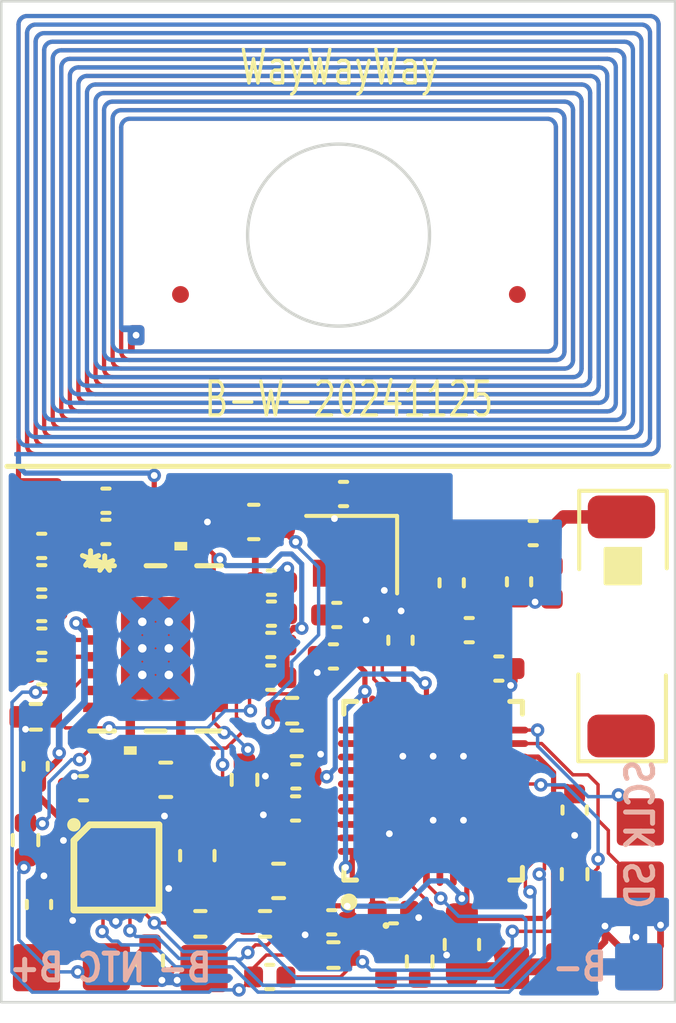
<source format=kicad_pcb>
(kicad_pcb (version 20240108) (generator "pcbnew") (generator_version "8.0")
  (layers (0 "F.Cu" signal) (31 "B.Cu" signal) (34 "B.Paste" user) (35 "F.Paste" user) (36 "B.SilkS" user "B.Silkscreen") (37 "F.SilkS" user "F.Silkscreen") (38 "B.Mask" user) (39 "F.Mask" user) (44 "Edge.Cuts" user))
  (net 0 "")
  (net 2 "Net-(AE1-FEED)")
  (net 3 "Net-(U1-AC1)")
  (net 4 "Net-(J2-Pin_1)")
  (net 5 "Net-(J1-Pin_1)")
  (net 6 "Net-(U2-DEC1)")
  (net 7 "GND")
  (net 8 "Net-(U1-CLMP1)")
  (net 9 "Net-(U1-COM1)")
  (net 10 "Net-(U1-BOOT1)")
  (net 11 "Net-(U1-BOOT2)")
  (net 12 "Net-(U1-COM2)")
  (net 13 "Net-(U1-CLMP2)")
  (net 14 "VDD_nRF")
  (net 15 "Net-(U2-P0.18{slash}RESET)")
  (net 16 "~{CHARGE}")
  (net 17 "Net-(U2-DEC4)")
  (net 18 "Net-(U2-DEC5)")
  (net 19 "Net-(U2-DEC3)")
  (net 20 "Net-(U2-ANT)")
  (net 21 "Net-(U1-RECT)")
  (net 22 "Net-(C24-Pad1)")
  (net 23 "Net-(U1-OUT)")
  (net 24 "Net-(U2-XC2)")
  (net 25 "Net-(U2-XC1)")
  (net 26 "VBat")
  (net 27 "Net-(D1-A)")
  (net 28 "Net-(J3-Pin_1)")
  (net 29 "Net-(J4-Pin_1)")
  (net 30 "BatNTC")
  (net 31 "Net-(L1-Pad1)")
  (net 32 "Net-(U2-DCC)")
  (net 33 "Net-(U2-P0.04{slash}AIN2)")
  (net 34 "Net-(U1-ILIM)")
  (net 35 "Net-(U1-FOD)")
  (net 36 "Net-(U1-TS-CTRL)")
  (net 37 "Net-(C30-Pad1)")
  (net 39 "Net-(U3-SW)")
  (net 56 "I2C_SDA")
  (net 57 "I2C_SCL")
  (net 60 "CD_N")
  (net 67 "Net-(C29-Pad1)")
  (footprint "Inductor_SMD:L_0402_1005Metric" (layer "F.Cu") (at 60.025 61.54 -90)
    (property "Reference" "L7" (hide yes))
    (property "Value" "7.3nH")
  )
  (footprint "Capacitor_SMD:C_0402_1005Metric" (layer "F.Cu") (at 59.47 60.08)
    (property "Reference" "C29" (hide yes))
    (property "Value" "0.8pF")
  )
  (footprint "Capacitor_SMD:C_0603_1608Metric" (layer "F.Cu") (at 57.3532 72.2884 -90)
    (property "Reference" "C11" (hide yes))
    (property "Value" "4.7uF (X7R)")
  )
  (footprint "Resistor_SMD:R_0402_1005Metric" (layer "F.Cu") (at 44.704 65.532 180)
    (property "Reference" "R5" (hide yes))
    (property "Value" "196")
  )
  (footprint "Capacitor_SMD:C_0603_1608Metric" (layer "F.Cu") (at 49.5 69.65 -90)
    (property "Reference" "C12" (hide yes))
    (property "Value" "10uF 16V")
  )
  (footprint "Capacitor_SMD:C_0603_1608Metric" (layer "F.Cu") (at 51.175 59.75 180)
    (property "Reference" "C23" (hide yes))
    (property "Value" "10uF 16V")
  )
  (footprint "Capacitor_SMD:C_0402_1005Metric" (layer "F.Cu") (at 57.05 61.555 -90)
    (property "Reference" "C24" (hide yes))
    (property "Value" "1.2pF")
  )
  (footprint "Capacitor_SMD:C_0402_1005Metric" (layer "F.Cu") (at 46.7868 59.12)
    (property "Reference" "C2" (hide yes))
    (property "Value" "680pF 25V")
  )
  (footprint "footprints:antenna 19x13mm" (layer "F.Cu") (at 53.69175 51.23825)
    (property "Reference" "L5" (hide yes))
    (property "Value" "PCB_Coil")
  )
  (footprint "Capacitor_SMD:C_0402_1005Metric" (layer "F.Cu") (at 51.7 62.47 180)
    (property "Reference" "C8" (hide yes))
    (property "Value" "10nF 25V")
  )
  (footprint "Capacitor_SMD:C_0402_1005Metric" (layer "F.Cu") (at 46.7868 60.0456)
    (property "Reference" "C3" (hide yes))
    (property "Value" "470pF 25V")
  )
  (footprint "footprints:Pin-1.5_1.5mm" (layer "F.Cu") (at 44.78 59.15)
    (property "Reference" "J2" (hide yes))
    (property "Value" "Coil1")
  )
  (footprint "Capacitor_SMD:C_0402_1005Metric" (layer "F.Cu") (at 57.57 62.96 180)
    (property "Reference" "C21" (hide yes))
    (property "Value" "1pF")
  )
  (footprint "Capacitor_SMD:C_0402_1005Metric" (layer "F.Cu") (at 58.45 64.1)
    (property "Reference" "C18" (hide yes))
    (property "Value" "820pF")
  )
  (footprint "Capacitor_SMD:C_0402_1005Metric" (layer "F.Cu") (at 44.8818 61.3918)
    (property "Reference" "C1" (hide yes))
    (property "Value" "33nF 25V")
  )
  (footprint "footprints:Pin-1.5_1.5mm" (layer "F.Cu") (at 60.55 72.95)
    (property "Reference" "J9" (hide yes))
    (property "Value" "Bat-" (hide yes))
  )
  (footprint "Capacitor_SMD:C_0402_1005Metric" (layer "F.Cu") (at 51.7 61.55)
    (property "Reference" "C22" (hide yes))
    (property "Value" "0.1uF 25V")
  )
  (footprint "Inductor_SMD:L_0402_1005Metric" (layer "F.Cu") (at 57.55 60.05)
    (property "Reference" "L4" (hide yes))
    (property "Value" "2.2nH")
  )
  (footprint "Capacitor_SMD:C_0402_1005Metric" (layer "F.Cu") (at 44.8844 63.2714)
    (property "Reference" "C5" (hide yes))
    (property "Value" "0.47uF 25V")
  )
  (footprint "footprints:_Applications_test_rsk_lib_RSK-ONLY_Nordic Active DB.DbLib_nRF Devices_QFN40P500X500X50_HS-41N" (layer "F.Cu") (at 56.5 67.725 90)
    (property "Reference" "U2" (hide yes))
    (property "Value" "0_nRF52833_QDAA" (hide yes))
  )
  (footprint "footprints:RHL20_2P05X3P05" (layer "F.Cu") (at 48.26 63.5)
    (property "Reference" "U1" (hide yes))
    (property "Value" "BQ51013BRHLR")
  )
  (footprint "Capacitor_SMD:C_0402_1005Metric" (layer "F.Cu") (at 53.84 58.92 180)
    (property "Reference" "C27" (hide yes))
    (property "Value" "12pF")
  )
  (footprint "Inductor_SMD:L_0603_1608Metric" (layer "F.Cu") (at 51.9125 70.4 180)
    (property "Reference" "L2" (hide yes))
    (property "Value" "10uH")
  )
  (footprint "Capacitor_SMD:C_0402_1005Metric" (layer "F.Cu") (at 46.12 67.65 180)
    (property "Reference" "C30" (hide yes))
    (property "Value" "4.7uF")
  )
  (footprint "footprints:Pin-1.5_1.5mm" (layer "F.Cu") (at 44.725 72.975)
    (property "Reference" "J5" (hide yes))
    (property "Value" "Bat+")
  )
  (footprint "Capacitor_SMD:C_0402_1005Metric" (layer "F.Cu") (at 51.65 73.25 180)
    (property "Reference" "C14" (hide yes))
    (property "Value" "0.1uF")
  )
  (footprint "Capacitor_SMD:C_0402_1005Metric" (layer "F.Cu") (at 59.05 61.525 -90)
    (property "Reference" "C32" (hide yes))
    (property "Value" "N.C.")
  )
  (footprint "Capacitor_SMD:C_0402_1005Metric" (layer "F.Cu") (at 44.88 60.46)
    (property "Reference" "C31" (hide yes))
    (property "Value" "68nF 25V")
  )
  (footprint "Resistor_SMD:R_0402_1005Metric" (layer "F.Cu") (at 51.51 71.675 180)
    (property "Reference" "R8" (hide yes))
    (property "Value" "10K")
  )
  (footprint "Resistor_SMD:R_0402_1005Metric" (layer "F.Cu") (at 48.1 72.765 -90)
    (property "Reference" "TH1" (hide yes))
    (property "Value" "10K 3380 1%")
  )
  (footprint "Diode_SMD:D_0402_1005Metric" (layer "F.Cu") (at 55.1 72.815 -90)
    (property "Reference" "D1" (hide yes))
    (property "Value" "LED")
  )
  (footprint "Resistor_SMD:R_0402_1005Metric" (layer "F.Cu") (at 52.315 65.35 180)
    (property "Reference" "R6" (hide yes))
    (property "Value" "20K")
  )
  (footprint "Capacitor_SMD:C_0402_1005Metric" (layer "F.Cu") (at 51.68 63.4 180)
    (property "Reference" "C10" (hide yes))
    (property "Value" "0.47uF 25V")
  )
  (footprint "footprints:Pin-1.5_1.5mm" (layer "F.Cu") (at 46.8 72.95)
    (property "Reference" "J6" (hide yes))
    (property "Value" "Bat_NTC")
  )
  (footprint "Fiducial:Fiducial_0.5mm_Mask1mm" (layer "F.Cu") (at 49 53)
    (property "Reference" "Fiducial_0.5_1_A" (hide yes))
    (property "Value" "Fiducial_0.5mm_Mask1mm")
  )
  (footprint "footprints:Pin-1.5_1.5mm" (layer "F.Cu") (at 48.725 59.45)
    (property "Reference" "J1" (hide yes))
    (property "Value" "Coil2")
  )
  (footprint "Capacitor_SMD:C_0402_1005Metric" (layer "F.Cu") (at 55.53 63.26 90)
    (property "Reference" "C19" (hide yes))
    (property "Value" "100pF")
  )
  (footprint "footprints:Antenna_2450AT43A100" (layer "F.Cu") (at 63.41 58.85 -90)
    (property "Reference" "AE1" (hide yes))
    (property "Value" "AMCA72-2R470G-S1F-T4" (hide yes))
  )
  (footprint "Resistor_SMD:R_0402_1005Metric" (layer "F.Cu") (at 60.7 70.2 -90)
    (property "Reference" "R3" (hide yes))
    (property "Value" "200K")
  )
  (footprint "Inductor_SMD:L_0603_1608Metric" (layer "F.Cu") (at 48.5625 67.4)
    (property "Reference" "L6" (hide yes))
    (property "Value" "2.2uH")
  )
  (footprint "Resistor_SMD:R_0402_1005Metric" (layer "F.Cu") (at 56.1 72.79 90)
    (property "Reference" "R1" (hide yes))
    (property "Value" "5.1K")
  )
  (footprint "Fiducial:Fiducial_0.5mm_Mask1mm" (layer "F.Cu") (at 59 53)
    (property "Reference" "Fiducial_0.5_1_B" (hide yes))
    (property "Value" "Fiducial_0.5mm_Mask1mm")
  )
  (footprint "Capacitor_SMD:C_0402_1005Metric" (layer "F.Cu") (at 44.8818 62.3316)
    (property "Reference" "C7" (hide yes))
    (property "Value" "10nF 25V")
  )
  (footprint "footprints:Pin-1.5_1.5mm" (layer "F.Cu") (at 62.65 68.65)
    (property "Reference" "J3" (hide yes))
    (property "Value" "SWCLK")
  )
  (footprint "Capacitor_SMD:C_0402_1005Metric" (layer "F.Cu") (at 44.8 71.1 90)
    (property "Reference" "C25" (hide yes))
    (property "Value" "1uF")
  )
  (footprint "Resistor_SMD:R_0402_1005Metric" (layer "F.Cu") (at 52.451 66.3194)
    (property "Reference" "R7" (hide yes))
    (property "Value" "71.5K 1%")
  )
  (footprint "Capacitor_SMD:C_0402_1005Metric" (layer "F.Cu") (at 52.415 68.25 180)
    (property "Reference" "C17" (hide yes))
    (property "Value" "47nF")
  )
  (footprint "Crystal:Crystal_SMD_2016-4Pin_2.0x1.6mm" (layer "F.Cu") (at 54.08 60.72 180)
    (property "Reference" "Y1" (hide yes))
    (property "Value" "32MHz")
  )
  (footprint "Capacitor_SMD:C_0402_1005Metric" (layer "F.Cu") (at 53.49 71.628 180)
    (property "Reference" "C13" (hide yes))
    (property "Value" "1uF")
  )
  (footprint "Capacitor_SMD:C_0402_1005Metric" (layer "F.Cu") (at 60.7 68.298 -90)
    (property "Reference" "C16" (hide yes))
    (property "Value" "0.1uF")
  )
  (footprint "Inductor_SMD:L_0402_1005Metric" (layer "F.Cu") (at 58.05 61.53 90)
    (property "Reference" "L3" (hide yes))
    (property "Value" "4.7nH")
  )
  (footprint "Resistor_SMD:R_0402_1005Metric" (layer "F.Cu") (at 53.54 72.6 180)
    (property "Reference" "R11" (hide yes))
    (property "Value" "2M")
  )
  (footprint "footprints:Pin-1.5_1.5mm" (layer "F.Cu") (at 49.7 73)
    (property "Reference" "J8" (hide yes))
    (property "Value" "Bat-" (hide yes))
  )
  (footprint "footprints:BGA25C40P5X5_247X253X50" (layer "F.Cu") (at 47.1 70)
    (property "Reference" "U3" (hide yes))
    (property "Value" "BQ25121AYFPT" (hide yes))
  )
  (footprint "Capacitor_SMD:C_0402_1005Metric" (layer "F.Cu") (at 44.8818 64.2112)
    (property "Reference" "C6" (hide yes))
    (property "Value" "22nF 25V")
  )
  (footprint "Capacitor_SMD:C_0402_1005Metric" (layer "F.Cu") (at 52.425 67.3 180)
    (property "Reference" "C15" (hide yes))
    (property "Value" "1uF")
  )
  (footprint "Inductor_SMD:L_0402_1005Metric" (layer "F.Cu") (at 52.435 69.2)
    (property "Reference" "L1" (hide yes))
    (property "Value" "15nH")
  )
  (footprint "Capacitor_SMD:C_0402_1005Metric" (layer "F.Cu") (at 55.32 71.3)
    (property "Reference" "C4" (hide yes))
    (property "Value" "0.1uF")
  )
  (footprint "Resistor_SMD:R_0402_1005Metric" (layer "F.Cu") (at 44.4 69.19 -90)
    (property "Reference" "R10" (hide yes))
    (property "Value" "2.2K 1%")
  )
  (footprint "Capacitor_SMD:C_0402_1005Metric" (layer "F.Cu") (at 44.7 67 90)
    (property "Reference" "C28" (hide yes))
    (property "Value" "10uF")
  )
  (footprint "footprints:Pin-1.5_1.5mm" (layer "F.Cu") (at 62.65 70.525)
    (property "Reference" "J4" (hide yes))
    (property "Value" "SWD")
  )
  (footprint "Capacitor_SMD:C_0402_1005Metric" (layer "F.Cu") (at 53.54 63.74)
    (property "Reference" "C20" (hide yes))
    (property "Value" "0.1uF")
  )
  (footprint "Resistor_SMD:R_0402_1005Metric" (layer "F.Cu") (at 50.9 67.4 90)
    (property "Reference" "R2" (hide yes))
    (property "Value" "5.1K")
  )
  (footprint "Capacitor_SMD:C_0402_1005Metric" (layer "F.Cu") (at 53.64 62.51)
    (property "Reference" "C26" (hide yes))
    (property "Value" "12pF")
  )
  (footprint "Resistor_SMD:R_0402_1005Metric" (layer "F.Cu") (at 49.59 71.675)
    (property "Reference" "R4" (hide yes))
    (property "Value" "10K")
  )
  (footprint "footprints:Pin-1.5_1.5mm" (layer "F.Cu") (at 62.625 72.95)
    (property "Reference" "J7" (hide yes))
    (property "Value" "Bat-")
  )
  (footprint "Capacitor_SMD:C_0402_1005Metric" (layer "F.Cu") (at 51.68 64.37 180)
    (property "Reference" "C9" (hide yes))
    (property "Value" "22nF 25V")
  )
  (footprint "footprints:Pin-1.5_1.5mm" (layer "B.Cu") (at 62.6 72.95 180)
    (property "Reference" "J10" (hide yes))
    (property "Value" "Bat-" (hide yes))
  )
  (gr_line (start 43.85 58.1) (end 63.5 58.1) (stroke (width 0.15)) (layer "F.SilkS"))
  (gr_rect (start 43.68 44.3) (end 63.68 74) (stroke (width 0.075)) (fill none) (layer "Edge.Cuts"))
  (gr_circle (center 53.69175 51.23825) (end 56.39175 51.23825) (stroke (width 0.1)) (fill none) (layer "Edge.Cuts"))
  (gr_text "B+" (at 44.725 72.975 0) (layer "B.SilkS") (effects (font (size 0.8 0.7)) (justify mirror)))
  (gr_text "SCLK\n" (at 62.65 68.14 90) (layer "B.SilkS") (effects (font (size 0.8 0.7)) (justify mirror)))
  (gr_text "B-" (at 60.85 72.95 0) (layer "B.SilkS") (effects (font (size 0.8 0.7)) (justify mirror)))
  (gr_text "B-" (at 49.12 72.98 0) (layer "B.SilkS") (effects (font (size 0.8 0.7)) (justify mirror)))
  (gr_text "NTC" (at 46.95 72.98 0) (layer "B.SilkS") (effects (font (size 0.8 0.7)) (justify mirror)))
  (gr_text "SD" (at 62.65 70.525 90) (layer "B.SilkS") (effects (font (size 0.8 0.7)) (justify mirror)))
  (gr_text "B-W-20241125" (at 49.65 56.7 0) (layer "F.SilkS") (effects (font (size 1 0.7) (thickness 0.1)) (justify left bottom)))
  (gr_text "WayWayWay\n" (at 50.7 46.85 0) (layer "F.SilkS") (effects (font (size 1 0.7) (thickness 0.1)) (justify left bottom)))
  (segment (start 60.375 59.6) (end 62.09 59.6) (width 0.4) (layer "F.Cu") (net 2))
  (segment (start 59.95 60.08) (end 59.95 60.98) (width 0.4) (layer "F.Cu") (net 2))
  (segment (start 59.95 60.025) (end 60.375 59.6) (width 0.4) (layer "F.Cu") (net 2))
  (segment (start 44.4018 64.2112) (end 44.4018 63.274) (width 0.154) (layer "F.Cu") (net 3))
  (segment (start 46.3068 60.0456) (end 46.3068 59.1312) (width 0.127) (layer "F.Cu") (net 3))
  (segment (start 45.720001 61.750001) (end 45.3618 61.3918) (width 0.127) (layer "F.Cu") (net 3))
  (segment (start 44.4044 63.2714) (end 44.4044 62.3342) (width 0.154) (layer "F.Cu") (net 3))
  (segment (start 45.36 60.46) (end 45.36 61.39) (width 0.127) (layer "F.Cu") (net 3))
  (segment (start 46.535 61.750001) (end 45.720001 61.750001) (width 0.127) (layer "F.Cu") (net 3))
  (segment (start 45.8924 60.46) (end 46.3068 60.0456) (width 0.127) (layer "F.Cu") (net 3))
  (segment (start 45.36 60.46) (end 45.8924 60.46) (width 0.127) (layer "F.Cu") (net 3))
  (segment (start 45.3668 61.3666) (end 44.4018 62.3316) (width 0.154) (layer "F.Cu") (net 3))
  (segment (start 44.4 60.46) (end 44.4 59.53) (width 0.127) (layer "F.Cu") (net 4))
  (segment (start 44.4018 61.3918) (end 44.4018 60.1232) (width 0.127) (layer "F.Cu") (net 4))
  (segment (start 44.19175 57.73825) (end 44.19175 58.56175) (width 0.154) (layer "F.Cu") (net 4))
  (segment (start 52.36 62.9) (end 52.16 63.1) (width 0.154) (layer "F.Cu") (net 5))
  (segment (start 52.6 62.9) (end 52.36 62.9) (width 0.2) (layer "F.Cu") (net 5))
  (segment (start 52.16 63.4) (end 52.16 63.1) (width 0.154) (layer "F.Cu") (net 5))
  (segment (start 48.22 58.37) (end 48.22 58.945) (width 0.154) (layer "F.Cu") (net 5))
  (segment (start 49.985 61.750001) (end 49.985 60.71) (width 0.127) (layer "F.Cu") (net 5))
  (segment (start 50.135 60.86) (end 49.985 60.71) (width 0.127) (layer "F.Cu") (net 5))
  (segment (start 47.2668 59.1312) (end 47.2668 60.0456) (width 0.127) (layer "F.Cu") (net 5))
  (segment (start 50.17 60.86) (end 50.135 60.86) (width 0.1016) (layer "F.Cu") (net 5))
  (segment (start 52.16 64.37) (end 52.16 63.4) (width 0.154) (layer "F.Cu") (net 5))
  (segment (start 49.985 60.71) (end 48.725 59.45) (width 0.127) (layer "F.Cu") (net 5))
  (segment (start 47.5856 59.45) (end 48.725 59.45) (width 0.127) (layer "F.Cu") (net 5))
  (segment (start 47.2668 59.1312) (end 47.5856 59.45) (width 0.127) (layer "F.Cu") (net 5))
  (segment (start 52.16 63.1) (end 52.16 62.49) (width 0.154) (layer "F.Cu") (net 5))
  (via blind (at 52.6 62.9) (size 0.4) (drill 0.2) (layers "F.Cu" "B.Cu") (net 5))
  (via blind (at 48.22 58.37) (size 0.4) (drill 0.2) (layers "F.Cu" "B.Cu") (net 5))
  (via blind (at 50.17 60.86) (size 0.4) (drill 0.2) (layers "F.Cu" "B.Cu") (net 5))
  (segment (start 48.11 58.3) (end 44.39 58.3) (width 0.154) (layer "B.Cu") (net 5))
  (segment (start 52.3 60.7) (end 52.6 61) (width 0.154) (layer "B.Cu") (net 5))
  (segment (start 50.355 61.045) (end 51.655 61.045) (width 0.154) (layer "B.Cu") (net 5))
  (segment (start 50.17 60.86) (end 50.355 61.045) (width 0.154) (layer "B.Cu") (net 5))
  (segment (start 48.18 58.37) (end 48.11 58.3) (width 0.154) (layer "B.Cu") (net 5))
  (segment (start 44.19175 58.10175) (end 44.19175 57.73825) (width 0.154) (layer "B.Cu") (net 5))
  (segment (start 52.6 61) (end 52.6 62.9) (width 0.154) (layer "B.Cu") (net 5))
  (segment (start 51.655 61.045) (end 52 60.7) (width 0.154) (layer "B.Cu") (net 5))
  (segment (start 48.22 58.37) (end 48.18 58.37) (width 0.154) (layer "B.Cu") (net 5))
  (segment (start 52 60.7) (end 52.3 60.7) (width 0.154) (layer "B.Cu") (net 5))
  (segment (start 44.39 58.3) (end 44.19175 58.10175) (width 0.154) (layer "B.Cu") (net 5))
  (segment (start 54.699998 71.119998) (end 54.699998 70.125) (width 0.154) (layer "F.Cu") (net 6))
  (segment (start 61.6 72.2) (end 60.85 72.95) (width 0.2) (layer "F.Cu") (net 7))
  (segment (start 46.05 70.4) (end 45.825 70.625) (width 0.154) (layer "F.Cu") (net 7))
  (segment (start 57.05 62.035) (end 57.05 62.92) (width 0.79) (layer "F.Cu") (net 7))
  (segment (start 45.825 70.625) (end 45.825 71.55) (width 0.154) (layer "F.Cu") (net 7))
  (segment (start 48.1 73.275) (end 48.3774 73.275) (width 0.1016) (layer "F.Cu") (net 7))
  (segment (start 62.625 72.175) (end 62.52 72.07) (width 0.154) (layer "F.Cu") (net 7))
  (segment (start 57.3532 73.0532) (end 56.9 72.6) (width 0.1016) (layer "F.Cu") (net 7))
  (segment (start 53.06 63.74) (end 53.06 64.22) (width 0.154) (layer "F.Cu") (net 7))
  (segment (start 49.010001 65.724999) (end 49.010001 64.250001) (width 0.1016) (layer "F.Cu") (net 7))
  (segment (start 48.7976 73) (end 48.45 73.3476) (width 0.2) (layer "F.Cu") (net 7))
  (segment (start 47.9 70.4) (end 48.5 70.4) (width 0.154) (layer "F.Cu") (net 7))
  (segment (start 53.38 59.84) (end 53.57 59.65) (width 0.1016) (layer "F.Cu") (net 7))
  (segment (start 61.6 71.74) (end 61.6 71.925) (width 0.2) (layer "F.Cu") (net 7))
  (segment (start 45.64 67.51) (end 45.85 67.3) (width 0.2) (layer "F.Cu") (net 7))
  (segment (start 46.1 70.4) (end 46.05 70.4) (width 0.154) (layer "F.Cu") (net 7))
  (segment (start 62.625 72.95) (end 62.625 72.175) (width 0.154) (layer "F.Cu") (net 7))
  (segment (start 61.6 71.925) (end 61.6 72.2) (width 0.2) (layer "F.Cu") (net 7))
  (segment (start 46.3 70) (end 46.3 70.4) (width 0.1016) (layer "F.Cu") (net 7))
  (segment (start 58.93 64.47) (end 58.8 64.6) (width 0.154) (layer "F.Cu") (net 7))
  (segment (start 49.2476 73) (end 48.9 73.3476) (width 0.2) (layer "F.Cu") (net 7))
  (segment (start 52.18 61.55) (end 52.18 61.13) (width 0.154) (layer "F.Cu") (net 7))
  (segment (start 54.78 61.51) (end 55.05 61.78) (width 0.1016) (layer "F.Cu") (net 7))
  (segment (start 55.1 72.33) (end 55.1 72) (width 0.1016) (layer "F.Cu") (net 7))
  (segment (start 48.5 70.4) (end 49.475 70.4) (width 0.2) (layer "F.Cu") (net 7))
  (segment (start 48.9 73.3476) (end 49.3524 73.3476) (width 0.1016) (layer "F.Cu") (net 7))
  (segment (start 56.699999 64.610001) (end 57.09 64.22) (width 0.154) (layer "F.Cu") (net 7))
  (segment (start 46.3 70.4) (end 46.1 70.4) (width 0.154) (layer "F.Cu") (net 7))
  (segment (start 44.7 66.52) (end 44.7 66.2) (width 0.2) (layer "F.Cu") (net 7))
  (segment (start 44.194 65.694) (end 44.4 65.9) (width 0.154) (layer "F.Cu") (net 7))
  (segment (start 55.53 62.41) (end 55.55 62.39) (width 0.1016) (layer "F.Cu") (net 7))
  (segment (start 49.7 73) (end 48.7976 73) (width 0.2) (layer "F.Cu") (net 7))
  (segment (start 49.010001 61.275001) (end 49.010001 62.749999) (width 0.1016) (layer "F.Cu") (net 7))
  (segment (start 47.250001 65.249999) (end 48.26 64.24) (width 0.1016) (layer "F.Cu") (net 7))
  (segment (start 47.509999 65.724999) (end 47.509999 64.250001) (width 0.1016) (layer "F.Cu") (net 7))
  (segment (start 48.3774 73.275) (end 48.45 73.3476) (width 0.1016) (layer "F.Cu") (net 7))
  (segment (start 57.09 64.22) (end 57.09 62.96) (width 0.154) (layer "F.Cu") (net 7))
  (segment (start 52.7 71.938) (end 53.01 71.628) (width 0.1016) (layer "F.Cu") (net 7))
  (segment (start 44.7 66.2) (end 44.4 65.9) (width 0.2) (layer "F.Cu") (net 7))
  (segment (start 48.95 70.425) (end 48.7 70.425) (width 0.2) (layer "F.Cu") (net 7))
  (segment (start 54.1 68.325001) (end 55.899999 68.325001) (width 0.1016) (layer "F.Cu") (net 7))
  (segment (start 46.3 69.2) (end 45.525 69.2) (width 0.154) (layer "F.Cu") (net 7))
  (segment (start 50.4 59.75) (end 49.8 59.75) (width 0.154) (layer "F.Cu") (net 7))
  (segment (start 58.299999 69.709999) (end 56.5 67.91) (width 0.1016) (layer "F.Cu") (net 7))
  (segment (start 55.88 71.3) (end 56.07 71.49) (width 0.154) (layer "F.Cu") (net 7))
  (segment (start 53.36 58.92) (end 53.36 59.44) (width 0.1016) (layer "F.Cu") (net 7))
  (segment (start 51.945 67.3) (end 51.53 67.3) (width 0.154) (layer "F.Cu") (net 7))
  (segment (start 59.525 62.025) (end 59.07 62.025) (width 0.4) (layer "F.Cu") (net 7))
  (segment (start 56.699999 65.324999) (end 56.699999 64.610001) (width 0.154) (layer "F.Cu") (net 7))
  (segment (start 48.95 70.425) (end 48.85 70.425) (width 0.2) (layer "F.Cu") (net 7))
  (segment (start 55.1 72) (end 55.8 71.3) (width 0.1016) (layer "F.Cu") (net 7))
  (segment (start 49.5 70.425) (end 48.95 70.425) (width 0.2) (layer "F.Cu") (net 7))
  (segment (start 46.535 65.249999) (end 47.250001 65.249999) (width 0.1016) (layer "F.Cu") (net 7))
  (segment (start 46.7 70) (end 46.3 70) (width 0.1016) (layer "F.Cu") (net 7))
  (segment (start 63.25 72.325) (end 62.625 72.95) (width 0.2) (layer "F.Cu") (net 7))
  (segment (start 47.9 69.2) (end 47.9 69.1) (width 0.2) (layer "F.Cu") (net 7))
  (segment (start 51.53 67.3) (end 51.52 67.29) (width 0.154) (layer "F.Cu") (net 7))
  (segment (start 48.7 70.425) (end 48.675 70.4) (width 0.2) (layer "F.Cu") (net 7))
  (segment (start 52.961 66.441) (end 53.16 66.64) (width 0.154) (layer "F.Cu") (net 7))
  (segment (start 53.36 59.44) (end 53.57 59.65) (width 0.1016) (layer "F.Cu") (net 7))
  (segment (start 60.025 62.025) (end 59.525 62.025) (width 0.4) (layer "F.Cu") (net 7))
  (segment (start 52.7 72) (end 52.7 71.938) (width 0.1016) (layer "F.Cu") (net 7))
  (segment (start 61.6 71.925) (end 62.625 72.95) (width 0.2) (layer "F.Cu") (net 7))
  (segment (start 51.935 68.25) (end 51.935 67.31) (width 0.154) (layer "F.Cu") (net 7))
  (segment (start 58.299999 70.125) (end 58.299999 69.709999) (width 0.1016) (layer "F.Cu") (net 7))
  (segment (start 63.25 71.71) (end 63.25 72.325) (width 0.2) (layer "F.Cu") (net 7))
  (segment (start 56.699999 65.324999) (end 56.699999 67.525001) (width 0.154) (layer "F.Cu") (net 7))
  (segment (start 47.509999 61.275001) (end 47.509999 62.749999) (width 0.1016) (layer "F.Cu") (net 7))
  (segment (start 58.93 64.1) (end 58.93 64.47) (width 0.154) (layer "F.Cu") (net 7))
  (segment (start 44.8 70.3968) (end 44.9468 70.25) (width 0.1016) (layer "F.Cu") (net 7))
  (segment (start 55.53 62.78) (end 55.53 62.41) (width 0.1016) (layer "F.Cu") (net 7))
  (segment (start 48.85 70.425) (end 48.65 70.625) (width 0.2) (layer "F.Cu") (net 7))
  (segment (start 45.825 71.55) (end 45.8 71.575) (width 0.154) (layer "F.Cu") (net 7))
  (segment (start 54.12 62.51) (end 54.36 62.51) (width 0.1016) (layer "F.Cu") (net 7))
  (segment (start 59.525 62.025) (end 59.525 62.125) (width 0.1016) (layer "F.Cu") (net 7))
  (segment (start 60.452 68.802) (end 60.7 69.05) (width 0.1016) (layer "F.Cu") (net 7))
  (segment (start 51.46 68.44) (end 51.745 68.44) (width 0.154) (layer "F.Cu") (net 7))
  (segment (start 52.18 61.13) (end 52.175 61.125) (width 0.154) (layer "F.Cu") (net 7))
  (segment (start 47.9 69.1) (end 48.525 68.475) (width 0.2) (layer "F.Cu") (net 7))
  (segment (start 54.36 62.51) (end 54.51 62.66) (width 0.1016) (layer "F.Cu") (net 7))
  (segment (start 47.1 70.8) (end 47.1 71.581377) (width 0.154) (layer "F.Cu") (net 7))
  (segment (start 47.1 71.581377) (end 47.078863 71.602514) (width 0.154) (layer "F.Cu") (net 7))
  (via blind (at 60.7 69.05) (size 0.4) (drill 0.2) (layers "F.Cu" "B.Cu") (net 7))
  (via blind (at 56.07 71.49) (size 0.4) (drill 0.2) (layers "F.Cu" "B.Cu") (net 7))
  (via (at 56.5 66.7) (size 0.4) (drill 0.2) (layers "F.Cu" "B.Cu") (net 7))
  (via blind (at 61.6 71.74) (size 0.4) (drill 0.2) (layers "F.Cu" "B.Cu") (net 7))
  (via blind (at 58.8 64.6) (size 0.4) (drill 0.2) (layers "F.Cu" "B.Cu") (net 7))
  (via (at 55.6 66.7) (size 0.4) (drill 0.2) (layers "F.Cu" "B.Cu") (net 7))
  (via blind (at 56.9 72.6) (size 0.4) (drill 0.2) (layers "F.Cu" "B.Cu") (net 7))
  (via blind (at 53.06 64.22) (size 0.4) (drill 0.2) (layers "F.Cu" "B.Cu") (net 7))
  (via blind (at 63.25 71.71) (size 0.4) (drill 0.2) (layers "F.Cu" "B.Cu") (net 7))
  (via blind (at 45.85 67.3) (size 0.4) (drill 0.2) (layers "F.Cu" "B.Cu") (net 7))
  (via blind (at 53.57 59.65) (size 0.4) (drill 0.2) (layers "F.Cu" "B.Cu") (net 7))
  (via blind (at 48.45 73.3476) (size 0.4) (drill 0.2) (layers "F.Cu" "B.Cu") (net 7))
  (via (at 57.4 66.7) (size 0.4) (drill 0.2) (layers "F.Cu" "B.Cu") (net 7))
  (via blind (at 51.52 67.29) (size 0.4) (drill 0.2) (layers "F.Cu" "B.Cu") (net 7))
  (via blind (at 54.51 62.66) (size 0.4) (drill 0.2) (layers "F.Cu" "B.Cu") (net 7))
  (via (at 56.5 68.6) (size 0.4) (drill 0.2) (layers "F.Cu" "B.Cu") (net 7))
  (via blind (at 44.9468 70.25) (size 0.4) (drill 0.2) (layers "F.Cu" "B.Cu") (net 7))
  (via blind (at 48.525 68.475) (size 0.4) (drill 0.2) (layers "F.Cu" "B.Cu") (net 7))
  (via blind (at 59.525 62.125) (size 0.4) (drill 0.2) (layers "F.Cu" "B.Cu") (net 7))
  (via blind (at 55.55 62.39) (size 0.4) (drill 0.2) (layers "F.Cu" "B.Cu") (net 7))
  (via (at 57.4 68.6) (size 0.4) (drill 0.2) (layers "F.Cu" "B.Cu") (net 7))
  (via blind (at 52.175 61.125) (size 0.4) (drill 0.2) (layers "F.Cu" "B.Cu") (net 7))
  (via blind (at 49.8 59.75) (size 0.4) (drill 0.2) (layers "F.Cu" "B.Cu") (net 7))
  (via blind (at 48.9 73.3476) (size 0.4) (drill 0.2) (layers "F.Cu" "B.Cu") (net 7))
  (via (at 55.2 69) (size 0.4) (drill 0.2) (layers "F.Cu" "B.Cu") (net 7))
  (via blind (at 45.8 71.575) (size 0.4) (drill 0.2) (layers "F.Cu" "B.Cu") (net 7))
  (via blind (at 44.4 65.9) (size 0.4) (drill 0.2) (layers "F.Cu" "B.Cu") (net 7))
  (via blind (at 62.52 72.07) (size 0.4) (drill 0.2) (layers "F.Cu" "B.Cu") (net 7))
  (via blind (at 45.525 69.2) (size 0.4) (drill 0.2) (layers "F.Cu" "B.Cu") (net 7))
  (via blind (at 53.16 66.64) (size 0.4) (drill 0.2) (layers "F.Cu" "B.Cu") (net 7))
  (via blind (at 52.7 72) (size 0.4) (drill 0.2) (layers "F.Cu" "B.Cu") (net 7))
  (via blind (at 55.05 61.78) (size 0.4) (drill 0.2) (layers "F.Cu" "B.Cu") (net 7))
  (via blind (at 48.65 70.625) (size 0.4) (drill 0.2) (layers "F.Cu" "B.Cu") (net 7))
  (via blind (at 51.46 68.44) (size 0.4) (drill 0.2) (layers "F.Cu" "B.Cu") (net 7))
  (via blind (at 47.078863 71.602514) (size 0.4) (drill 0.2) (layers "F.Cu" "B.Cu") (net 7))
  (segment (start 46.535 63.25) (end 45.3858 63.25) (width 0.127) (layer "F.Cu") (net 8))
  (segment (start 45.823 63.75) (end 45.3618 64.2112) (width 0.127) (layer "F.Cu") (net 9))
  (segment (start 46.535 63.75) (end 45.823 63.75) (width 0.127) (layer "F.Cu") (net 9))
  (segment (start 46.535 62.25) (end 45.4434 62.25) (width 0.127) (layer "F.Cu") (net 10))
  (segment (start 50.940001 62.749999) (end 51.22 62.47) (width 0.154) (layer "F.Cu") (net 11))
  (segment (start 49.985 62.749999) (end 50.940001 62.749999) (width 0.154) (layer "F.Cu") (net 11))
  (segment (start 50.58 63.75) (end 51.2 64.37) (width 0.154) (layer "F.Cu") (net 12))
  (segment (start 49.985 63.75) (end 50.58 63.75) (width 0.154) (layer "F.Cu") (net 12))
  (segment (start 49.985 63.25) (end 51.05 63.25) (width 0.154) (layer "F.Cu") (net 13))
  (segment (start 53.95 71.15) (end 53.95 71.608) (width 0.154) (layer "F.Cu") (net 14))
  (segment (start 51.005 71.675) (end 51.005 71.2944) (width 0.1016) (layer "F.Cu") (net 14))
  (segment (start 51.005 71.2944) (end 50.85 71.1394) (width 0.1016) (layer "F.Cu") (net 14))
  (segment (start 59.7866 71.5134) (end 57.3532 71.5134) (width 0.154) (layer "F.Cu") (net 14))
  (segment (start 60.075 71.225) (end 59.7866 71.5134) (width 0.154) (layer "F.Cu") (net 14))
  (segment (start 49.5 68.875) (end 49.5 67.55) (width 0.2) (layer "F.Cu") (net 14))
  (segment (start 54.475 64.195) (end 54.02 63.74) (width 0.154) (layer "F.Cu") (net 14))
  (segment (start 60.075 71.225) (end 60.075 69.3) (width 0.154) (layer "F.Cu") (net 14))
  (segment (start 57.9 70.125) (end 57.9 70.9666) (width 0.154) (layer "F.Cu") (net 14))
  (segment (start 60.482 67.6) (end 60.7 67.818) (width 0.154) (layer "F.Cu") (net 14))
  (segment (start 50.45 69.825) (end 49.5 68.875) (width 0.154) (layer "F.Cu") (net 14))
  (segment (start 53.9394 71.1394) (end 50.85 71.1394) (width 0.154) (layer "F.Cu") (net 14))
  (segment (start 50.3144 71.675) (end 50.85 71.1394) (width 0.1016) (layer "F.Cu") (net 14))
  (segment (start 54.475 64.775) (end 54.475 65.100001) (width 0.154) (layer "F.Cu") (net 14))
  (segment (start 58.9 66.724999) (end 59.612999 66.724999) (width 0.154) (layer "F.Cu") (net 14))
  (segment (start 57.35 70.925) (end 57.35 71.5102) (width 0.154) (layer "F.Cu") (net 14))
  (segment (start 47.9 69.6) (end 48.775 69.6) (width 0.154) (layer "F.Cu") (net 14))
  (segment (start 60.075 67.187) (end 60.069 67.181) (width 0.154) (layer "F.Cu") (net 14))
  (segment (start 50.45 70.9) (end 50.45 69.825) (width 0.154) (layer "F.Cu") (net 14))
  (segment (start 60.465 69.69) (end 60.075 69.3) (width 0.1016) (layer "F.Cu") (net 14))
  (segment (start 60.075 69.3) (end 60.075 67.6) (width 0.154) (layer "F.Cu") (net 14))
  (segment (start 53.95 71.15) (end 53.9394 71.1394) (width 0.154) (layer "F.Cu") (net 14))
  (segment (start 54.475 64.775) (end 54.475 64.195) (width 0.154) (layer "F.Cu") (net 14))
  (segment (start 50.6894 71.1394) (end 50.45 70.9) (width 0.154) (layer "F.Cu") (net 14))
  (segment (start 54.1 69.525001) (end 54.1 71.498) (width 0.154) (layer "F.Cu") (net 14))
  (segment (start 60.075 67.6) (end 60.482 67.6) (width 0.154) (layer "F.Cu") (net 14))
  (segment (start 48.775 69.6) (end 49.5 68.875) (width 0.2) (layer "F.Cu") (net 14))
  (segment (start 57.9 70.9666) (end 57.3532 71.5134) (width 0.154) (layer "F.Cu") (net 14))
  (segment (start 54.1 69.8) (end 53.9 70) (width 0.154) (layer "F.Cu") (net 14))
  (segment (start 59.612999 66.724999) (end 60.069 67.181) (width 0.154) (layer "F.Cu") (net 14))
  (segment (start 60.075 67.6) (end 60.075 67.187) (width 0.154) (layer "F.Cu") (net 14))
  (segment (start 54.475 65.100001) (end 54.699998 65.324999) (width 0.154) (layer "F.Cu") (net 14))
  (segment (start 50.85 71.1394) (end 50.6894 71.1394) (width 0.154) (layer "F.Cu") (net 14))
  (segment (start 57.5 70.125) (end 57.5 71.3666) (width 0.154) (layer "F.Cu") (net 14))
  (via blind (at 54.475 64.775) (size 0.4) (drill 0.2) (layers "F.Cu" "B.Cu") (net 14))
  (via blind (at 57.35 70.925) (size 0.4) (drill 0.2) (layers "F.Cu" "B.Cu") (net 14))
  (via blind (at 53.9 70) (size 0.4) (drill 0.2) (layers "F.Cu" "B.Cu") (net 14))
  (via blind (at 53.95 71.15) (size 0.4) (drill 0.2) (layers "F.Cu" "B.Cu") (net 14))
  (segment (start 55.65 71.15) (end 56.4 70.4) (width 0.154) (layer "B.Cu") (net 14))
  (segment (start 53.9 65.35) (end 53.9 70) (width 0.154) (layer "B.Cu") (net 14))
  (segment (start 56.9 70.4) (end 56.4 70.4) (width 0.154) (layer "B.Cu") (net 14))
  (segment (start 53.9 65.35) (end 54.475 64.775) (width 0.154) (layer "B.Cu") (net 14))
  (segment (start 55.65 71.15) (end 53.95 71.15) (width 0.154) (layer "B.Cu") (net 14))
  (segment (start 57.35 70.85) (end 56.9 70.4) (width 0.154) (layer "B.Cu") (net 14))
  (segment (start 57.35 70.925) (end 57.35 70.85) (width 0.154) (layer "B.Cu") (net 14))
  (segment (start 58.9 67.525) (end 59.6714 67.525) (width 0.1016) (layer "F.Cu") (net 15))
  (segment (start 54.05 72.95) (end 54.05 72.6) (width 0.1016) (layer "F.Cu") (net 15))
  (segment (start 61.395604 70.014396) (end 61.395604 69.752564) (width 0.1016) (layer "F.Cu") (net 15))
  (segment (start 54.4 72.8) (end 54.25 72.8) (width 0.1016) (layer "F.Cu") (net 15))
  (segment (start 60.7 71.1964) (end 60.7 70.71) (width 0.1016) (layer "F.Cu") (net 15))
  (segment (start 52.13 73.25) (end 53.75 73.25) (width 0.1016) (layer "F.Cu") (net 15))
  (segment (start 60.7 70.71) (end 61.395604 70.014396) (width 0.1016) (layer "F.Cu") (net 15))
  (segment (start 53.75 73.25) (end 54.05 72.95) (width 0.1016) (layer "F.Cu") (net 15))
  (segment (start 59.6714 67.525) (end 59.6964 67.55) (width 0.1016) (layer "F.Cu") (net 15))
  (segment (start 60 71.8964) (end 58.85 71.8964) (width 0.1016) (layer "F.Cu") (net 15))
  (segment (start 60 71.8964) (end 60.7 71.1964) (width 0.1016) (layer "F.Cu") (net 15))
  (via blind (at 59.6964 67.55) (size 0.4) (drill 0.2) (layers "F.Cu" "B.Cu") (net 15))
  (via blind (at 54.4 72.8) (size 0.4) (drill 0.2) (layers "F.Cu" "B.Cu") (net 15))
  (via blind (at 61.395604 69.752564) (size 0.4) (drill 0.2) (layers "F.Cu" "B.Cu") (net 15))
  (via blind (at 58.85 71.8964) (size 0.4) (drill 0.2) (layers "F.Cu" "B.Cu") (net 15))
  (segment (start 54.4 72.8) (end 54.65 73.05) (width 0.1016) (layer "B.Cu") (net 15))
  (segment (start 58.85 72.35) (end 58.85 71.8964) (width 0.1016) (layer "B.Cu") (net 15))
  (segment (start 59.6964 67.55) (end 60.4 67.55) (width 0.1016) (layer "B.Cu") (net 15))
  (segment (start 60.4 67.55) (end 61.395604 68.545604) (width 0.1016) (layer "B.Cu") (net 15))
  (segment (start 54.65 73.05) (end 58.15 73.05) (width 0.1016) (layer "B.Cu") (net 15))
  (segment (start 61.395604 68.545604) (end 61.395604 69.752564) (width 0.1016) (layer "B.Cu") (net 15))
  (segment (start 58.15 73.05) (end 58.85 72.35) (width 0.1016) (layer "B.Cu") (net 15))
  (segment (start 51.55 72.6) (end 51.17 72.98) (width 0.1016) (layer "F.Cu") (net 16))
  (segment (start 51.17 72.98) (end 51.17 73.25) (width 0.1016) (layer "F.Cu") (net 16))
  (segment (start 45.7 64.8) (end 44.7 64.8) (width 0.1016) (layer "F.Cu") (net 16))
  (segment (start 53.03 72.6) (end 51.55 72.6) (width 0.1016) (layer "F.Cu") (net 16))
  (segment (start 46.249999 64.250001) (end 45.7 64.8) (width 0.1016) (layer "F.Cu") (net 16))
  (segment (start 50.786195 73.633805) (end 51.17 73.25) (width 0.1016) (layer "F.Cu") (net 16))
  (segment (start 50.735435 73.633805) (end 50.786195 73.633805) (width 0.1016) (layer "F.Cu") (net 16))
  (via blind (at 44.7 64.8) (size 0.4) (drill 0.2) (layers "F.Cu" "B.Cu") (net 16))
  (via blind (at 50.735435 73.633805) (size 0.4) (drill 0.2) (layers "F.Cu" "B.Cu") (net 16))
  (segment (start 44.7 64.8) (end 44.3 64.8) (width 0.1016) (layer "B.Cu") (net 16))
  (segment (start 44 65.1) (end 44 73.1) (width 0.1016) (layer "B.Cu") (net 16))
  (segment (start 44.6 73.7) (end 49.85 73.7) (width 0.1016) (layer "B.Cu") (net 16))
  (segment (start 49.916195 73.633805) (end 50.735435 73.633805) (width 0.1016) (layer "B.Cu") (net 16))
  (segment (start 49.85 73.7) (end 49.916195 73.633805) (width 0.1016) (layer "B.Cu") (net 16))
  (segment (start 44 73.1) (end 44.6 73.7) (width 0.1016) (layer "B.Cu") (net 16))
  (segment (start 44.3 64.8) (end 44 65.1) (width 0.1016) (layer "B.Cu") (net 16))
  (segment (start 52.895 68.25) (end 52.895 68.771) (width 0.154) (layer "F.Cu") (net 17))
  (segment (start 52.895 68.771) (end 52.941 68.725) (width 0.154) (layer "F.Cu") (net 17))
  (segment (start 52.941 68.725) (end 54.1 68.725) (width 0.154) (layer "F.Cu") (net 17))
  (segment (start 56.26 64.53) (end 56.3 64.57) (width 0.154) (layer "F.Cu") (net 17))
  (segment (start 52.895 68.771) (end 52.895 69.175) (width 0.154) (layer "F.Cu") (net 17))
  (segment (start 52.905 67.3) (end 52.905 68.24) (width 0.154) (layer "F.Cu") (net 17))
  (segment (start 53.34 67.31) (end 52.915 67.31) (width 0.154) (layer "F.Cu") (net 17))
  (segment (start 56.3 64.57) (end 56.3 65.324999) (width 0.154) (layer "F.Cu") (net 17))
  (via blind (at 56.26 64.53) (size 0.4) (drill 0.2) (layers "F.Cu" "B.Cu") (net 17))
  (via blind (at 53.34 67.31) (size 0.4) (drill 0.2) (layers "F.Cu" "B.Cu") (net 17))
  (segment (start 53.594 67.056) (end 53.34 67.31) (width 0.154) (layer "B.Cu") (net 17))
  (segment (start 56.26 64.53) (end 56.145146 64.53) (width 0.154) (layer "B.Cu") (net 17))
  (segment (start 55.877146 64.262) (end 54.356 64.262) (width 0.154) (layer "B.Cu") (net 17))
  (segment (start 54.356 64.262) (end 53.594 65.024) (width 0.154) (layer "B.Cu") (net 17))
  (segment (start 53.594 65.024) (end 53.594 67.056) (width 0.154) (layer "B.Cu") (net 17))
  (segment (start 55.877146 64.262) (end 56.145146 64.53) (width 0.154) (layer "B.Cu") (net 17))
  (segment (start 58.299999 64.429999) (end 57.97 64.1) (width 0.154) (layer "F.Cu") (net 18))
  (segment (start 58.299999 65.324999) (end 58.299999 64.429999) (width 0.154) (layer "F.Cu") (net 18))
  (segment (start 55.626 64.394) (end 55.626 63.836) (width 0.1016) (layer "F.Cu") (net 19))
  (segment (start 55.899998 65.324999) (end 55.899998 64.789998) (width 0.154) (layer "F.Cu") (net 19))
  (segment (start 55.899998 64.789998) (end 55.626 64.516) (width 0.154) (layer "F.Cu") (net 19))
  (segment (start 55.626 64.394) (end 55.626 63.954) (width 0.154) (layer "F.Cu") (net 19))
  (segment (start 55.626 64.516) (end 55.626 64.394) (width 0.154) (layer "F.Cu") (net 19))
  (segment (start 57.099999 64.820001) (end 57.404 64.516) (width 0.154) (layer "F.Cu") (net 20))
  (segment (start 57.404 63.6244) (end 58.05 62.9784) (width 0.154) (layer "F.Cu") (net 20))
  (segment (start 57.099999 65.324999) (end 57.099999 64.820001) (width 0.154) (layer "F.Cu") (net 20))
  (segment (start 57.404 64.516) (end 57.404 63.6244) (width 0.154) (layer "F.Cu") (net 20))
  (segment (start 58.05 62.96) (end 58.05 62.015) (width 0.79) (layer "F.Cu") (net 20))
  (segment (start 50.52 62.25) (end 51.22 61.55) (width 0.154) (layer "F.Cu") (net 21))
  (segment (start 51.22 61.55) (end 51.22 60.48) (width 0.2) (layer "F.Cu") (net 21))
  (segment (start 51.805 65.495) (end 51.6 65.7) (width 0.154) (layer "F.Cu") (net 21))
  (segment (start 51.22 60.48) (end 51.95 59.75) (width 0.2) (layer "F.Cu") (net 21))
  (segment (start 51.95 59.871104) (end 52.419724 60.340828) (width 0.2) (layer "F.Cu") (net 21))
  (segment (start 49.985 62.25) (end 50.52 62.25) (width 0.154) (layer "F.Cu") (net 21))
  (via blind (at 52.419724 60.340828) (size 0.4) (drill 0.2) (layers "F.Cu" "B.Cu") (net 21))
  (via blind (at 51.6 65.7) (size 0.4) (drill 0.2) (layers "F.Cu" "B.Cu") (net 21))
  (segment (start 51.6 65.7) (end 51.6 65.2) (width 0.1016) (layer "B.Cu") (net 21))
  (segment (start 52.3 64.444578) (end 52.3 63.9) (width 0.1016) (layer "B.Cu") (net 21))
  (segment (start 52.3 63.9) (end 53.1 63.1) (width 0.1016) (layer "B.Cu") (net 21))
  (segment (start 51.6 65.2) (end 51.6 65.144578) (width 0.154) (layer "B.Cu") (net 21))
  (segment (start 52.4 60.360552) (end 52.419724 60.340828) (width 0.1016) (layer "B.Cu") (net 21))
  (segment (start 53.1 61.1) (end 52.4 60.4) (width 0.1016) (layer "B.Cu") (net 21))
  (segment (start 51.6 65.144578) (end 52.3 64.444578) (width 0.1016) (layer "B.Cu") (net 21))
  (segment (start 52.4 60.4) (end 52.4 60.360552) (width 0.1016) (layer "B.Cu") (net 21))
  (segment (start 53.1 63.1) (end 53.1 61.1) (width 0.1016) (layer "B.Cu") (net 21))
  (segment (start 57.05 61.075) (end 58.02 61.075) (width 0.7) (layer "F.Cu") (net 22))
  (segment (start 57.05 61.075) (end 57.05 60.065) (width 0.7) (layer "F.Cu") (net 22))
  (segment (start 46.7 68.8) (end 46.35 68.45) (width 0.2) (layer "F.Cu") (net 23))
  (segment (start 45.4 66.78) (end 44.7 67.48) (width 0.2) (layer "F.Cu") (net 23))
  (segment (start 46.7 69.2) (end 46.7 68.8) (width 0.154) (layer "F.Cu") (net 23))
  (segment (start 45.35 68.45) (end 44.7 67.8) (width 0.2) (layer "F.Cu") (net 23))
  (segment (start 44.7 67.8) (end 44.7 67.48) (width 0.2) (layer "F.Cu") (net 23))
  (segment (start 45.900001 62.749999) (end 45.9 62.75) (width 0.2) (layer "F.Cu") (net 23))
  (segment (start 46.535 62.749999) (end 45.900001 62.749999) (width 0.2) (layer "F.Cu") (net 23))
  (segment (start 45.4 66.6) (end 45.4 66.78) (width 0.2) (layer "F.Cu") (net 23))
  (segment (start 46.35 68.45) (end 45.35 68.45) (width 0.2) (layer "F.Cu") (net 23))
  (via blind (at 45.4 66.6) (size 0.4) (drill 0.2) (layers "F.Cu" "B.Cu") (net 23))
  (via blind (at 45.9 62.75) (size 0.4) (drill 0.2) (layers "F.Cu" "B.Cu") (net 23))
  (segment (start 46.15 63) (end 46.15 65.1) (width 0.2) (layer "B.Cu") (net 23))
  (segment (start 45.9 62.75) (end 46.15 63) (width 0.2) (layer "B.Cu") (net 23))
  (segment (start 46.15 65.1) (end 45.4 65.85) (width 0.2) (layer "B.Cu") (net 23))
  (segment (start 45.4 65.85) (end 45.4 66.6) (width 0.2) (layer "B.Cu") (net 23))
  (segment (start 53.75 63.1) (end 53.16 62.51) (width 0.1016) (layer "F.Cu") (net 24))
  (segment (start 53.16 62.51) (end 53.38 62.29) (width 0.1016) (layer "F.Cu") (net 24))
  (segment (start 55.1 64.775) (end 54.74 64.415) (width 0.1016) (layer "F.Cu") (net 24))
  (segment (start 55.1 65.324999) (end 55.1 64.775) (width 0.1016) (layer "F.Cu") (net 24))
  (segment (start 53.38 62.29) (end 53.38 61.27) (width 0.1016) (layer "F.Cu") (net 24))
  (segment (start 54.36 63.1) (end 53.75 63.1) (width 0.1016) (layer "F.Cu") (net 24))
  (segment (start 54.74 63.48) (end 54.36 63.1) (width 0.1016) (layer "F.Cu") (net 24))
  (segment (start 54.74 64.415) (end 54.74 63.48) (width 0.1016) (layer "F.Cu") (net 24))
  (segment (start 54.78 60.17) (end 54.08 60.87) (width 0.1016) (layer "F.Cu") (net 25))
  (segment (start 54.49 61.96) (end 54.99 62.46) (width 0.1016) (layer "F.Cu") (net 25))
  (segment (start 54.78 59.38) (end 54.32 58.92) (width 0.1016) (layer "F.Cu") (net 25))
  (segment (start 54.99 64.315) (end 55.499999 64.824999) (width 0.1016) (layer "F.Cu") (net 25))
  (segment (start 54.78 60.17) (end 54.78 59.38) (width 0.1016) (layer "F.Cu") (net 25))
  (segment (start 55.499999 64.824999) (end 55.499999 65.324999) (width 0.1016) (layer "F.Cu") (net 25))
  (segment (start 54.08 61.91) (end 54.13 61.96) (width 0.1016) (layer "F.Cu") (net 25))
  (segment (start 54.99 62.46) (end 54.99 64.315) (width 0.1016) (layer "F.Cu") (net 25))
  (segment (start 54.13 61.96) (end 54.49 61.96) (width 0.1016) (layer "F.Cu") (net 25))
  (segment (start 54.08 60.87) (end 54.08 61.91) (width 0.1016) (layer "F.Cu") (net 25))
  (segment (start 45.8 69.6) (end 46.3 69.6) (width 0.154) (layer "F.Cu") (net 26))
  (segment (start 45.3484 70.0516) (end 45.8 69.6) (width 0.2) (layer "F.Cu") (net 26))
  (segment (start 45.07 71.85) (end 44.8 71.58) (width 0.2) (layer "F.Cu") (net 26))
  (segment (start 45.3484 72.3516) (end 44.725 72.975) (width 0.2) (layer "F.Cu") (net 26))
  (segment (start 45.3484 70.0516) (end 45.3484 71.85) (width 0.2) (layer "F.Cu") (net 26))
  (segment (start 45.3484 71.85) (end 45.3484 72.3516) (width 0.2) (layer "F.Cu") (net 26))
  (segment (start 45.3484 71.85) (end 45.07 71.85) (width 0.2) (layer "F.Cu") (net 26))
  (segment (start 46.7 69.6) (end 46.3 69.6) (width 0.1016) (layer "F.Cu") (net 26))
  (segment (start 56.1 73.3) (end 55.1 73.3) (width 0.1016) (layer "F.Cu") (net 27))
  (segment (start 58.9 65.925001) (end 59.6 65.925001) (width 0.1016) (layer "F.Cu") (net 28))
  (segment (start 62 67.85) (end 62.65 68.5) (width 0.1016) (layer "F.Cu") (net 28))
  (via blind (at 62 67.85) (size 0.4) (drill 0.2) (layers "F.Cu" "B.Cu") (net 28))
  (via blind (at 59.6 65.925001) (size 0.4) (drill 0.2) (layers "F.Cu" "B.Cu") (net 28))
  (segment (start 61.95 67.9) (end 62 67.85) (width 0.1016) (layer "B.Cu") (net 28))
  (segment (start 61.1 67.9) (end 61.95 67.9) (width 0.1016) (layer "B.Cu") (net 28))
  (segment (start 59.6 66.4) (end 61.1 67.9) (width 0.1016) (layer "B.Cu") (net 28))
  (segment (start 59.6 65.925001) (end 59.6 66.4) (width 0.1016) (layer "B.Cu") (net 28))
  (segment (start 61.7 69.575) (end 61.7 68.9) (width 0.1016) (layer "F.Cu") (net 29))
  (segment (start 59.721 66.325) (end 58.9 66.325) (width 0.1016) (layer "F.Cu") (net 29))
  (segment (start 61.395 67.545) (end 61.102 67.252) (width 0.1016) (layer "F.Cu") (net 29))
  (segment (start 61.7 68.9) (end 61.395 68.595) (width 0.1016) (layer "F.Cu") (net 29))
  (segment (start 61.102 67.252) (end 60.648 67.252) (width 0.1016) (layer "F.Cu") (net 29))
  (segment (start 62.65 70.525) (end 61.7 69.575) (width 0.1016) (layer "F.Cu") (net 29))
  (segment (start 60.648 67.252) (end 59.721 66.325) (width 0.1016) (layer "F.Cu") (net 29))
  (segment (start 61.395 68.595) (end 61.395 67.545) (width 0.1016) (layer "F.Cu") (net 29))
  (segment (start 44.4 69.7) (end 44.4 69.9524) (width 0.1016) (layer "F.Cu") (net 30))
  (segment (start 48.045 72.255) (end 47.35 72.95) (width 0.154) (layer "F.Cu") (net 30))
  (segment (start 44.4 69.9524) (end 44.3524 70) (width 0.1016) (layer "F.Cu") (net 30))
  (segment (start 45.95 73.1) (end 46.625 73.1) (width 0.1016) (layer "F.Cu") (net 30))
  (via blind (at 45.95 73.1) (size 0.4) (drill 0.2) (layers "F.Cu" "B.Cu") (net 30))
  (via blind (at 44.3524 70) (size 0.4) (drill 0.2) (layers "F.Cu" "B.Cu") (net 30))
  (segment (start 44.2032 72.15) (end 45.1532 73.1) (width 0.1016) (layer "B.Cu") (net 30))
  (segment (start 44.3524 70) (end 44.2032 70.1492) (width 0.1016) (layer "B.Cu") (net 30))
  (segment (start 45.1532 73.1) (end 45.95 73.1) (width 0.1016) (layer "B.Cu") (net 30))
  (segment (start 44.2032 70.1492) (end 44.2032 72.15) (width 0.1016) (layer "B.Cu") (net 30))
  (segment (start 51.95 69.575) (end 51.95 69.2) (width 0.154) (layer "F.Cu") (net 31))
  (segment (start 51.125 70.4) (end 51.95 69.575) (width 0.154) (layer "F.Cu") (net 31))
  (segment (start 53.45 69.84) (end 52.89 70.4) (width 0.154) (layer "F.Cu") (net 32))
  (segment (start 53.655001 69.124999) (end 53.45 69.33) (width 0.154) (layer "F.Cu") (net 32))
  (segment (start 54.1 69.124999) (end 53.655001 69.124999) (width 0.154) (layer "F.Cu") (net 32))
  (segment (start 53.45 69.33) (end 53.45 69.84) (width 0.154) (layer "F.Cu") (net 32))
  (segment (start 56.4388 71.12) (end 56.4388 71.9412) (width 0.1016) (layer "F.Cu") (net 33))
  (segment (start 55.899998 70.581198) (end 55.899998 70.125) (width 0.1016) (layer "F.Cu") (net 33))
  (segment (start 56.4388 71.12) (end 55.899998 70.581198) (width 0.1016) (layer "F.Cu") (net 33))
  (segment (start 56.4388 71.9412) (end 56.1 72.28) (width 0.1016) (layer "F.Cu") (net 33))
  (segment (start 51 66.5) (end 51 66.79) (width 0.1016) (layer "F.Cu") (net 34))
  (segment (start 49.985 65.249999) (end 49.985 65.685) (width 0.1016) (layer "F.Cu") (net 34))
  (segment (start 49.985 65.685) (end 50.3 66) (width 0.1016) (layer "F.Cu") (net 34))
  (via blind (at 50.3 66) (size 0.4) (drill 0.2) (layers "F.Cu" "B.Cu") (net 34))
  (via blind (at 51 66.5) (size 0.4) (drill 0.2) (layers "F.Cu" "B.Cu") (net 34))
  (segment (start 50.5 66) (end 51 66.5) (width 0.1016) (layer "B.Cu") (net 34))
  (segment (start 50.3 66) (end 50.5 66) (width 0.1016) (layer "B.Cu") (net 34))
  (segment (start 52.425 64.85) (end 52.825 65.25) (width 0.1016) (layer "F.Cu") (net 35))
  (segment (start 50.25 67.45) (end 50.71 67.91) (width 0.1016) (layer "F.Cu") (net 35))
  (segment (start 50.869999 64.85) (end 51.05 64.85) (width 0.1016) (layer "F.Cu") (net 35))
  (segment (start 49.985 64.250001) (end 50.363311 64.250001) (width 0.1016) (layer "F.Cu") (net 35))
  (segment (start 51.05 64.85) (end 52.425 64.85) (width 0.1016) (layer "F.Cu") (net 35))
  (segment (start 51.05 65.325) (end 51.075 65.35) (width 0.1016) (layer "F.Cu") (net 35))
  (segment (start 51.05 64.85) (end 51.05 65.325) (width 0.1016) (layer "F.Cu") (net 35))
  (segment (start 50.25 67.45) (end 50.25 66.95) (width 0.1016) (layer "F.Cu") (net 35))
  (segment (start 45.262 65.532) (end 45.59 65.86) (width 0.1016) (layer "F.Cu") (net 35))
  (segment (start 50.27 64.250001) (end 50.869999 64.85) (width 0.1016) (layer "F.Cu") (net 35))
  (segment (start 45.59 65.86) (end 46.88 65.86) (width 0.1016) (layer "F.Cu") (net 35))
  (via blind (at 51.075 65.35) (size 0.4) (drill 0.2) (layers "F.Cu" "B.Cu") (net 35))
  (via blind (at 50.25 66.95) (size 0.4) (drill 0.2) (layers "F.Cu" "B.Cu") (net 35))
  (via blind (at 46.88 65.86) (size 0.4) (drill 0.2) (layers "F.Cu" "B.Cu") (net 35))
  (segment (start 50.25 66.51) (end 49.6 65.86) (width 0.1016) (layer "B.Cu") (net 35))
  (segment (start 49.81 65.86) (end 50.32 65.35) (width 0.1016) (layer "B.Cu") (net 35))
  (segment (start 49.6 65.86) (end 49.81 65.86) (width 0.1016) (layer "B.Cu") (net 35))
  (segment (start 46.88 65.86) (end 49.6 65.86) (width 0.1016) (layer "B.Cu") (net 35))
  (segment (start 50.25 66.95) (end 50.25 66.51) (width 0.1016) (layer "B.Cu") (net 35))
  (segment (start 51.075 65.35) (end 50.32 65.35) (width 0.1016) (layer "B.Cu") (net 35))
  (segment (start 50.361025 66.458975) (end 50.97 65.85) (width 0.1016) (layer "F.Cu") (net 36))
  (segment (start 51.5 66.3194) (end 51.941 66.3194) (width 0.1016) (layer "F.Cu") (net 36))
  (segment (start 44.4 68.68) (end 44.88 68.68) (width 0.1016) (layer "F.Cu") (net 36))
  (segment (start 50.66 64.95) (end 50.66 65.54) (width 0.1016) (layer "F.Cu") (net 36))
  (segment (start 44.88 68.68) (end 44.9 68.7) (width 0.1016) (layer "F.Cu") (net 36))
  (segment (start 46 66.8) (end 46.341025 66.458975) (width 0.1016) (layer "F.Cu") (net 36))
  (segment (start 51.0306 65.85) (end 51.5 66.3194) (width 0.1016) (layer "F.Cu") (net 36))
  (segment (start 50.46 64.75) (end 50.66 64.95) (width 0.1016) (layer "F.Cu") (net 36))
  (segment (start 49.985 64.75) (end 50.46 64.75) (width 0.1016) (layer "F.Cu") (net 36))
  (segment (start 50.97 65.85) (end 51.0306 65.85) (width 0.1016) (layer "F.Cu") (net 36))
  (segment (start 46.341025 66.458975) (end 50.361025 66.458975) (width 0.1016) (layer "F.Cu") (net 36))
  (segment (start 50.66 65.54) (end 50.97 65.85) (width 0.1016) (layer "F.Cu") (net 36))
  (via blind (at 46 66.8) (size 0.4) (drill 0.2) (layers "F.Cu" "B.Cu") (net 36))
  (via blind (at 44.9 68.7) (size 0.4) (drill 0.2) (layers "F.Cu" "B.Cu") (net 36))
  (segment (start 45.1 67.46795) (end 45.76795 66.8) (width 0.1016) (layer "B.Cu") (net 36))
  (segment (start 45.1 68.5) (end 45.1 67.5) (width 0.1016) (layer "B.Cu") (net 36))
  (segment (start 45.1 67.5) (end 45.1 67.46795) (width 0.1016) (layer "B.Cu") (net 36))
  (segment (start 44.9 68.7) (end 45.1 68.5) (width 0.1016) (layer "B.Cu") (net 36))
  (segment (start 45.76795 66.8) (end 46 66.8) (width 0.1016) (layer "B.Cu") (net 36))
  (segment (start 47.1 69.2) (end 47.1 68.55) (width 0.154) (layer "F.Cu") (net 37))
  (segment (start 47.1 68.55) (end 46.6 68.05) (width 0.2) (layer "F.Cu") (net 37))
  (segment (start 46.6 68.05) (end 46.6 67.65) (width 0.2) (layer "F.Cu") (net 37))
  (segment (start 47.1 69.6) (end 47.1 69.2) (width 0.1016) (layer "F.Cu") (net 37))
  (segment (start 47.5 69.2) (end 47.5 67.675) (width 0.154) (layer "F.Cu") (net 39))
  (segment (start 59.2375 70.0625) (end 59.2375 70.5875) (width 0.1016) (layer "F.Cu") (net 56))
  (segment (start 52.02 71.855) (end 51.575 72.3) (width 0.1016) (layer "F.Cu") (net 56))
  (segment (start 47.5 71.7) (end 47.4 71.8) (width 0.1016) (layer "F.Cu") (net 56))
  (segment (start 51.225 72.3) (end 51.575 72.3) (width 0.1016) (layer "F.Cu") (net 56))
  (segment (start 59.6 69.7) (end 59.2375 70.0625) (width 0.1016) (layer "F.Cu") (net 56))
  (segment (start 59.2375 70.5875) (end 59.375 70.725) (width 0.1016) (layer "F.Cu") (net 56))
  (segment (start 58.9 68.325001) (end 59.375001 68.325001) (width 0.1016) (layer "F.Cu") (net 56))
  (segment (start 47.5 70.8) (end 47.5 71.7) (width 0.1016) (layer "F.Cu") (net 56))
  (segment (start 59.375001 68.325001) (end 59.6 68.55) (width 0.1016) (layer "F.Cu") (net 56))
  (segment (start 51 72.525) (end 51.225 72.3) (width 0.1016) (layer "F.Cu") (net 56))
  (segment (start 59.6 68.55) (end 59.6 69.7) (width 0.1016) (layer "F.Cu") (net 56))
  (via blind (at 47.5 71.875) (size 0.4) (drill 0.2) (layers "F.Cu" "B.Cu") (net 56))
  (via blind (at 51 72.525) (size 0.4) (drill 0.2) (layers "F.Cu" "B.Cu") (net 56))
  (via blind (at 59.375 70.725) (size 0.4) (drill 0.2) (layers "F.Cu" "B.Cu") (net 56))
  (segment (start 59.5 70.85) (end 59.375 70.725) (width 0.1016) (layer "B.Cu") (net 56))
  (segment (start 48.95 72.7) (end 48.3 72.05) (width 0.1016) (layer "B.Cu") (net 56))
  (segment (start 50.675 72.725) (end 51.4468 73.4968) (width 0.1016) (layer "B.Cu") (net 56))
  (segment (start 58.5532 73.4968) (end 59.5 72.55) (width 0.1016) (layer "B.Cu") (net 56))
  (segment (start 50.675 72.725) (end 50.8 72.725) (width 0.1016) (layer "B.Cu") (net 56))
  (segment (start 48.3 72.05) (end 47.675 72.05) (width 0.1016) (layer "B.Cu") (net 56))
  (segment (start 51.4468 73.4968) (end 58.5532 73.4968) (width 0.1016) (layer "B.Cu") (net 56))
  (segment (start 59.5 72.55) (end 59.5 70.85) (width 0.1016) (layer "B.Cu") (net 56))
  (segment (start 50.8 72.725) (end 51 72.525) (width 0.1016) (layer "B.Cu") (net 56))
  (segment (start 50.65 72.7) (end 48.95 72.7) (width 0.1016) (layer "B.Cu") (net 56))
  (segment (start 47.675 72.05) (end 47.5 71.875) (width 0.1016) (layer "B.Cu") (net 56))
  (segment (start 50.675 72.725) (end 50.65 72.7) (width 0.1016) (layer "B.Cu") (net 56))
  (segment (start 56.3 70.4896) (end 56.725532 70.915132) (width 0.1016) (layer "F.Cu") (net 57))
  (segment (start 47.9 70.8) (end 47.9 71.31989) (width 0.1016) (layer "F.Cu") (net 57))
  (segment (start 48.225 71.64489) (end 49.04989 71.64489) (width 0.1016) (layer "F.Cu") (net 57))
  (segment (start 47.9 71.31989) (end 48.225 71.64489) (width 0.1016) (layer "F.Cu") (net 57))
  (via blind (at 56.725532 70.915132) (size 0.4) (drill 0.2) (layers "F.Cu" "B.Cu") (net 57))
  (via blind (at 48.225 71.64489) (size 0.4) (drill 0.2) (layers "F.Cu" "B.Cu") (net 57))
  (segment (start 52.4436 73.2936) (end 58.2936 73.2936) (width 0.1016) (layer "B.Cu") (net 57))
  (segment (start 49.07691 72.4968) (end 50.3282 72.4968) (width 0.1016) (layer "B.Cu") (net 57))
  (segment (start 48.225 71.64489) (end 49.07691 72.4968) (width 0.1016) (layer "B.Cu") (net 57))
  (segment (start 59.25 71.55) (end 59.15 71.45) (width 0.1016) (layer "B.Cu") (net 57))
  (segment (start 59.15 71.45) (end 57.2604 71.45) (width 0.1016) (layer "B.Cu") (net 57))
  (segment (start 50.3282 72.4968) (end 50.675 72.15) (width 0.1016) (layer "B.Cu") (net 57))
  (segment (start 50.675 72.15) (end 51.3 72.15) (width 0.1016) (layer "B.Cu") (net 57))
  (segment (start 58.2936 73.2936) (end 59.25 72.3372) (width 0.1016) (layer "B.Cu") (net 57))
  (segment (start 57.2604 71.45) (end 56.725532 70.915132) (width 0.1016) (layer "B.Cu") (net 57))
  (segment (start 51.3 72.15) (end 52.4436 73.2936) (width 0.1016) (layer "B.Cu") (net 57))
  (segment (start 59.25 72.3372) (end 59.25 71.55) (width 0.1016) (layer "B.Cu") (net 57))
  (segment (start 59.8032 69.825) (end 59.8032 70.0468) (width 0.1016) (layer "F.Cu") (net 60))
  (segment (start 59.8032 69.75) (end 59.8032 70.0468) (width 0.1016) (layer "F.Cu") (net 60))
  (segment (start 59.474999 67.924999) (end 59.8032 68.2532) (width 0.1016) (layer "F.Cu") (net 60))
  (segment (start 59.8032 69.75) (end 59.8032 69.825) (width 0.1016) (layer "F.Cu") (net 60))
  (segment (start 58.9 67.924999) (end 59.474999 67.924999) (width 0.1016) (layer "F.Cu") (net 60))
  (segment (start 46.7 70.8) (end 46.7 71.875) (width 0.1016) (layer "F.Cu") (net 60))
  (segment (start 59.8032 70.0468) (end 59.65 70.2) (width 0.1016) (layer "F.Cu") (net 60))
  (segment (start 46.7 71.875) (end 46.675 71.9) (width 0.1016) (layer "F.Cu") (net 60))
  (segment (start 59.8032 68.2532) (end 59.8032 69.75) (width 0.1016) (layer "F.Cu") (net 60))
  (via blind (at 59.65 70.2) (size 0.4) (drill 0.2) (layers "F.Cu" "B.Cu") (net 60))
  (via blind (at 46.675 71.9) (size 0.4) (drill 0.2) (layers "F.Cu" "B.Cu") (net 60))
  (segment (start 50.55 72.95) (end 51.3 73.7) (width 0.1016) (layer "B.Cu") (net 60))
  (segment (start 59.8 70.35) (end 59.65 70.2) (width 0.1016) (layer "B.Cu") (net 60))
  (segment (start 47.25 72.3) (end 48.2 72.3) (width 0.1016) (layer "B.Cu") (net 60))
  (segment (start 51.3 73.7) (end 58.75 73.7) (width 0.1016) (layer "B.Cu") (net 60))
  (segment (start 59.8 72.65) (end 59.8 70.35) (width 0.1016) (layer "B.Cu") (net 60))
  (segment (start 46.675 71.9) (end 46.9625 72.1875) (width 0.1016) (layer "B.Cu") (net 60))
  (segment (start 48.85 72.95) (end 50.55 72.95) (width 0.1016) (layer "B.Cu") (net 60))
  (segment (start 58.75 73.7) (end 59.8 72.65) (width 0.1016) (layer "B.Cu") (net 60))
  (segment (start 48.2 72.3) (end 48.85 72.95) (width 0.1016) (layer "B.Cu") (net 60))
  (segment (start 46.9625 72.1875) (end 47.1375 72.1875) (width 0.1016) (layer "B.Cu") (net 60))
  (segment (start 47.1375 72.1875) (end 47.25 72.3) (width 0.1016) (layer "B.Cu") (net 60))
  (segment (start 58.035 60.05) (end 58.96 60.05) (width 0.7) (layer "F.Cu") (net 67))
  (segment (start 58.99 60.08) (end 58.99 60.985) (width 0.4) (layer "F.Cu") (net 67))
  (zone (net 7) (net_name "GND") (layer "F.Cu") (priority 1) (connect_pads (clearance 0.154)) (min_thickness 0.25) (fill yes (thermal_gap 0.5) (thermal_bridge_width 0.5))
    (polygon (pts (xy 63.13 72.37) (xy 56.81 72.38) (xy 56.81 73.61) (xy 63.12 73.6)))
  )
  (zone (net 7) (net_name "GND") (layer "F.Cu") (connect_pads no (clearance 0.127)) (min_thickness 0.127) (fill yes (thermal_gap 0.127) (thermal_bridge_width 0.127))
    (polygon (pts (xy 56.33 62.11) (xy 56.33 62.82) (xy 56.4 62.82) (xy 56.65 63.48) (xy 56.79 63.48) (xy 56.79 64.07) (xy 56.41 64.07) (xy 55.99 62.91) (xy 55.68 62.912319) (xy 55.64 62.91) (xy 55.65 62.59) (xy 55.65 58.43) (xy 56.32 58.43)))
  )
  (zone (net 7) (net_name "GND") (layer "B.Cu") (connect_pads (clearance 0.154)) (min_thickness 0.154) (fill yes (thermal_gap 0.508) (thermal_bridge_width 0.508))
    (polygon (pts (xy 57.08 58.3) (xy 57.08 59.675) (xy 60.325 59.675) (xy 60.3 62.225) (xy 58.85 62.225) (xy 58.85 63.37) (xy 58.85 63.375) (xy 58.85 66.45) (xy 60.5 67.3) (xy 61.5 67.8) (xy 61.5 70.9) (xy 63.5 70.9) (xy 63.5 73.8) (xy 43.9 73.8) (xy 43.9 58.3)))
  )
)
</source>
